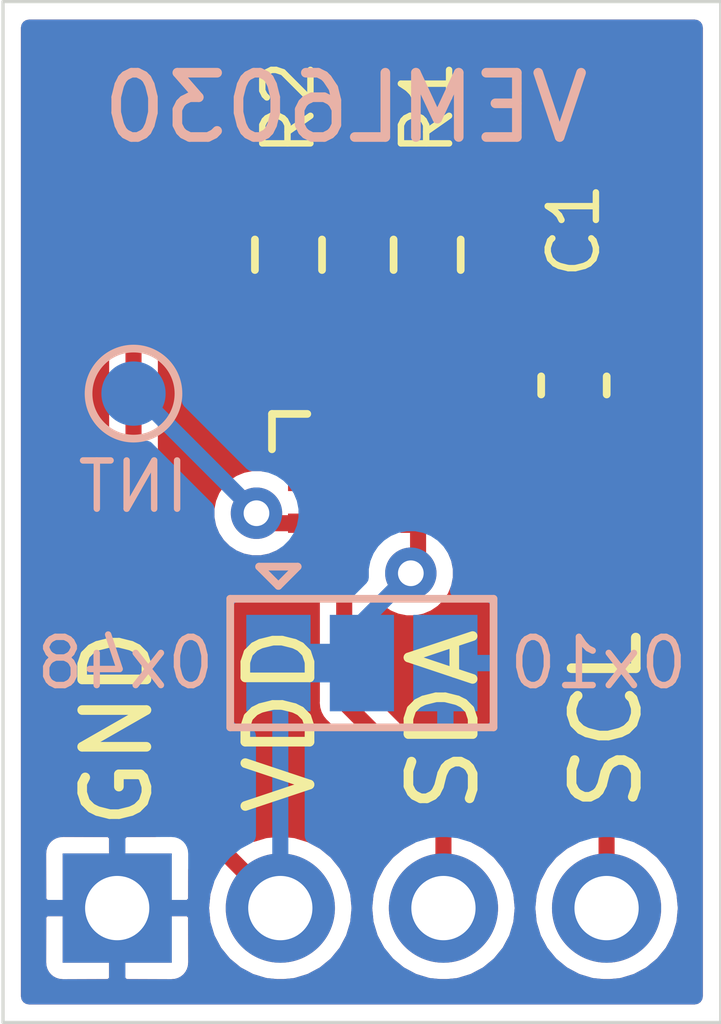
<source format=kicad_pcb>
(kicad_pcb (version 20171130) (host pcbnew "(5.1.2-1)-1")

  (general
    (thickness 1.6)
    (drawings 11)
    (tracks 42)
    (zones 0)
    (modules 7)
    (nets 7)
  )

  (page A4)
  (layers
    (0 F.Cu signal)
    (31 B.Cu signal)
    (32 B.Adhes user)
    (33 F.Adhes user)
    (34 B.Paste user)
    (35 F.Paste user)
    (36 B.SilkS user)
    (37 F.SilkS user)
    (38 B.Mask user)
    (39 F.Mask user)
    (40 Dwgs.User user hide)
    (41 Cmts.User user)
    (42 Eco1.User user)
    (43 Eco2.User user)
    (44 Edge.Cuts user)
    (45 Margin user)
    (46 B.CrtYd user)
    (47 F.CrtYd user)
    (48 B.Fab user hide)
    (49 F.Fab user hide)
  )

  (setup
    (last_trace_width 0.25)
    (trace_clearance 0.2)
    (zone_clearance 0.508)
    (zone_45_only no)
    (trace_min 0.2)
    (via_size 0.8)
    (via_drill 0.4)
    (via_min_size 0.4)
    (via_min_drill 0.3)
    (uvia_size 0.3)
    (uvia_drill 0.1)
    (uvias_allowed no)
    (uvia_min_size 0.2)
    (uvia_min_drill 0.1)
    (edge_width 0.05)
    (segment_width 0.2)
    (pcb_text_width 0.3)
    (pcb_text_size 1.5 1.5)
    (mod_edge_width 0.12)
    (mod_text_size 1 1)
    (mod_text_width 0.15)
    (pad_size 1.524 1.524)
    (pad_drill 0.762)
    (pad_to_mask_clearance 0.051)
    (solder_mask_min_width 0.25)
    (aux_axis_origin 0 0)
    (visible_elements FFFFFF7F)
    (pcbplotparams
      (layerselection 0x010fc_ffffffff)
      (usegerberextensions false)
      (usegerberattributes false)
      (usegerberadvancedattributes false)
      (creategerberjobfile false)
      (excludeedgelayer true)
      (linewidth 0.100000)
      (plotframeref false)
      (viasonmask false)
      (mode 1)
      (useauxorigin false)
      (hpglpennumber 1)
      (hpglpenspeed 20)
      (hpglpendiameter 15.000000)
      (psnegative false)
      (psa4output false)
      (plotreference true)
      (plotvalue true)
      (plotinvisibletext false)
      (padsonsilk false)
      (subtractmaskfromsilk false)
      (outputformat 1)
      (mirror false)
      (drillshape 1)
      (scaleselection 1)
      (outputdirectory ""))
  )

  (net 0 "")
  (net 1 SDA)
  (net 2 SCL)
  (net 3 VDD)
  (net 4 GND)
  (net 5 "Net-(JP1-Pad2)")
  (net 6 "Net-(TP1-Pad1)")

  (net_class Default "This is the default net class."
    (clearance 0.2)
    (trace_width 0.25)
    (via_dia 0.8)
    (via_drill 0.4)
    (uvia_dia 0.3)
    (uvia_drill 0.1)
    (add_net GND)
    (add_net "Net-(JP1-Pad2)")
    (add_net "Net-(TP1-Pad1)")
    (add_net SCL)
    (add_net SDA)
    (add_net VDD)
  )

  (module Connector_PinHeader_2.54mm:PinHeader_1x04_P2.54mm_Vertical (layer F.Cu) (tedit 5FE8CD1D) (tstamp 5FE91D79)
    (at 126.365 69.215 90)
    (descr "Through hole straight pin header, 1x04, 2.54mm pitch, single row")
    (tags "Through hole pin header THT 1x04 2.54mm single row")
    (path /5FE8EBCB)
    (fp_text reference J1 (at 0 -2.33 90) (layer F.SilkS) hide
      (effects (font (size 1 1) (thickness 0.15)))
    )
    (fp_text value "Pin Header" (at 0 9.95 90) (layer F.Fab)
      (effects (font (size 1 1) (thickness 0.15)))
    )
    (fp_text user %R (at 0 3.81 180) (layer F.Fab)
      (effects (font (size 1 1) (thickness 0.15)))
    )
    (fp_line (start 1.8 -1.8) (end -1.8 -1.8) (layer F.CrtYd) (width 0.05))
    (fp_line (start 1.8 9.4) (end 1.8 -1.8) (layer F.CrtYd) (width 0.05))
    (fp_line (start -1.8 9.4) (end 1.8 9.4) (layer F.CrtYd) (width 0.05))
    (fp_line (start -1.8 -1.8) (end -1.8 9.4) (layer F.CrtYd) (width 0.05))
    (fp_line (start -1.27 -0.635) (end -0.635 -1.27) (layer F.Fab) (width 0.1))
    (fp_line (start -1.27 8.89) (end -1.27 -0.635) (layer F.Fab) (width 0.1))
    (fp_line (start 1.27 8.89) (end -1.27 8.89) (layer F.Fab) (width 0.1))
    (fp_line (start -0.635 -1.27) (end 1.27 -1.27) (layer F.Fab) (width 0.1))
    (pad 4 thru_hole oval (at 0 7.62 90) (size 1.7 1.7) (drill 1) (layers *.Cu *.Mask)
      (net 2 SCL))
    (pad 3 thru_hole oval (at 0 5.08 90) (size 1.7 1.7) (drill 1) (layers *.Cu *.Mask)
      (net 1 SDA))
    (pad 2 thru_hole oval (at 0 2.54 90) (size 1.7 1.7) (drill 1) (layers *.Cu *.Mask)
      (net 3 VDD))
    (pad 1 thru_hole rect (at 0 0 90) (size 1.7 1.7) (drill 1) (layers *.Cu *.Mask)
      (net 4 GND))
    (model ${KISYS3DMOD}/Connector_PinHeader_2.54mm.3dshapes/PinHeader_1x04_P2.54mm_Vertical.wrl
      (at (xyz 0 0 0))
      (scale (xyz 1 1 1))
      (rotate (xyz 0 0 0))
    )
  )

  (module TestPoint:TestPoint_Pad_D1.0mm (layer B.Cu) (tedit 5A0F774F) (tstamp 5FE92CC4)
    (at 126.619 61.214)
    (descr "SMD pad as test Point, diameter 1.0mm")
    (tags "test point SMD pad")
    (path /5FEA493F)
    (attr virtual)
    (fp_text reference INT (at 0 1.448) (layer B.SilkS)
      (effects (font (size 0.75 0.75) (thickness 0.1)) (justify mirror))
    )
    (fp_text value INT (at 0 -1.55) (layer B.Fab)
      (effects (font (size 1 1) (thickness 0.15)) (justify mirror))
    )
    (fp_circle (center 0 0) (end 0 -0.7) (layer B.SilkS) (width 0.12))
    (fp_circle (center 0 0) (end 1 0) (layer B.CrtYd) (width 0.05))
    (fp_text user %R (at 0 1.45) (layer B.Fab)
      (effects (font (size 1 1) (thickness 0.15)) (justify mirror))
    )
    (pad 1 smd circle (at 0 0) (size 1 1) (layers B.Cu B.Mask)
      (net 6 "Net-(TP1-Pad1)"))
  )

  (module Resistor_SMD:R_0603_1608Metric (layer F.Cu) (tedit 5F68FEEE) (tstamp 5FE91DAE)
    (at 129.032 59.055 90)
    (descr "Resistor SMD 0603 (1608 Metric), square (rectangular) end terminal, IPC_7351 nominal, (Body size source: IPC-SM-782 page 72, https://www.pcb-3d.com/wordpress/wp-content/uploads/ipc-sm-782a_amendment_1_and_2.pdf), generated with kicad-footprint-generator")
    (tags resistor)
    (path /5FE9DF3E)
    (attr smd)
    (fp_text reference R2 (at 2.286 0 270) (layer F.SilkS)
      (effects (font (size 0.75 0.75) (thickness 0.1)))
    )
    (fp_text value SDA_PU (at 0 1.43 90) (layer F.Fab)
      (effects (font (size 1 1) (thickness 0.15)))
    )
    (fp_text user %R (at 0 0 90) (layer F.Fab)
      (effects (font (size 0.4 0.4) (thickness 0.06)))
    )
    (fp_line (start 1.48 0.73) (end -1.48 0.73) (layer F.CrtYd) (width 0.05))
    (fp_line (start 1.48 -0.73) (end 1.48 0.73) (layer F.CrtYd) (width 0.05))
    (fp_line (start -1.48 -0.73) (end 1.48 -0.73) (layer F.CrtYd) (width 0.05))
    (fp_line (start -1.48 0.73) (end -1.48 -0.73) (layer F.CrtYd) (width 0.05))
    (fp_line (start -0.237258 0.5225) (end 0.237258 0.5225) (layer F.SilkS) (width 0.12))
    (fp_line (start -0.237258 -0.5225) (end 0.237258 -0.5225) (layer F.SilkS) (width 0.12))
    (fp_line (start 0.8 0.4125) (end -0.8 0.4125) (layer F.Fab) (width 0.1))
    (fp_line (start 0.8 -0.4125) (end 0.8 0.4125) (layer F.Fab) (width 0.1))
    (fp_line (start -0.8 -0.4125) (end 0.8 -0.4125) (layer F.Fab) (width 0.1))
    (fp_line (start -0.8 0.4125) (end -0.8 -0.4125) (layer F.Fab) (width 0.1))
    (pad 2 smd roundrect (at 0.825 0 90) (size 0.8 0.95) (layers F.Cu F.Paste F.Mask) (roundrect_rratio 0.25)
      (net 3 VDD))
    (pad 1 smd roundrect (at -0.825 0 90) (size 0.8 0.95) (layers F.Cu F.Paste F.Mask) (roundrect_rratio 0.25)
      (net 1 SDA))
    (model ${KISYS3DMOD}/Resistor_SMD.3dshapes/R_0603_1608Metric.wrl
      (at (xyz 0 0 0))
      (scale (xyz 1 1 1))
      (rotate (xyz 0 0 0))
    )
  )

  (module Resistor_SMD:R_0603_1608Metric (layer F.Cu) (tedit 5F68FEEE) (tstamp 5FE9213C)
    (at 131.191 59.055 90)
    (descr "Resistor SMD 0603 (1608 Metric), square (rectangular) end terminal, IPC_7351 nominal, (Body size source: IPC-SM-782 page 72, https://www.pcb-3d.com/wordpress/wp-content/uploads/ipc-sm-782a_amendment_1_and_2.pdf), generated with kicad-footprint-generator")
    (tags resistor)
    (path /5FE9A081)
    (attr smd)
    (fp_text reference R1 (at 2.286 0 270) (layer F.SilkS)
      (effects (font (size 0.75 0.75) (thickness 0.1)))
    )
    (fp_text value SCL_PU (at 0 1.43 90) (layer F.Fab)
      (effects (font (size 1 1) (thickness 0.15)))
    )
    (fp_text user %R (at 0 0 90) (layer F.Fab)
      (effects (font (size 0.4 0.4) (thickness 0.06)))
    )
    (fp_line (start 1.48 0.73) (end -1.48 0.73) (layer F.CrtYd) (width 0.05))
    (fp_line (start 1.48 -0.73) (end 1.48 0.73) (layer F.CrtYd) (width 0.05))
    (fp_line (start -1.48 -0.73) (end 1.48 -0.73) (layer F.CrtYd) (width 0.05))
    (fp_line (start -1.48 0.73) (end -1.48 -0.73) (layer F.CrtYd) (width 0.05))
    (fp_line (start -0.237258 0.5225) (end 0.237258 0.5225) (layer F.SilkS) (width 0.12))
    (fp_line (start -0.237258 -0.5225) (end 0.237258 -0.5225) (layer F.SilkS) (width 0.12))
    (fp_line (start 0.8 0.4125) (end -0.8 0.4125) (layer F.Fab) (width 0.1))
    (fp_line (start 0.8 -0.4125) (end 0.8 0.4125) (layer F.Fab) (width 0.1))
    (fp_line (start -0.8 -0.4125) (end 0.8 -0.4125) (layer F.Fab) (width 0.1))
    (fp_line (start -0.8 0.4125) (end -0.8 -0.4125) (layer F.Fab) (width 0.1))
    (pad 2 smd roundrect (at 0.825 0 90) (size 0.8 0.95) (layers F.Cu F.Paste F.Mask) (roundrect_rratio 0.25)
      (net 3 VDD))
    (pad 1 smd roundrect (at -0.825 0 90) (size 0.8 0.95) (layers F.Cu F.Paste F.Mask) (roundrect_rratio 0.25)
      (net 2 SCL))
    (model ${KISYS3DMOD}/Resistor_SMD.3dshapes/R_0603_1608Metric.wrl
      (at (xyz 0 0 0))
      (scale (xyz 1 1 1))
      (rotate (xyz 0 0 0))
    )
  )

  (module Capacitor_SMD:C_0603_1608Metric (layer F.Cu) (tedit 5F68FEEE) (tstamp 5FE92451)
    (at 133.477 61.087 270)
    (descr "Capacitor SMD 0603 (1608 Metric), square (rectangular) end terminal, IPC_7351 nominal, (Body size source: IPC-SM-782 page 76, https://www.pcb-3d.com/wordpress/wp-content/uploads/ipc-sm-782a_amendment_1_and_2.pdf), generated with kicad-footprint-generator")
    (tags capacitor)
    (path /5FEA0A5E)
    (attr smd)
    (fp_text reference C1 (at -2.413 0 90) (layer F.SilkS)
      (effects (font (size 0.75 0.75) (thickness 0.1)))
    )
    (fp_text value 100nF (at 0 1.43 90) (layer F.Fab)
      (effects (font (size 1 1) (thickness 0.15)))
    )
    (fp_text user %R (at 0 0 90) (layer F.Fab)
      (effects (font (size 0.4 0.4) (thickness 0.06)))
    )
    (fp_line (start 1.48 0.73) (end -1.48 0.73) (layer F.CrtYd) (width 0.05))
    (fp_line (start 1.48 -0.73) (end 1.48 0.73) (layer F.CrtYd) (width 0.05))
    (fp_line (start -1.48 -0.73) (end 1.48 -0.73) (layer F.CrtYd) (width 0.05))
    (fp_line (start -1.48 0.73) (end -1.48 -0.73) (layer F.CrtYd) (width 0.05))
    (fp_line (start -0.14058 0.51) (end 0.14058 0.51) (layer F.SilkS) (width 0.12))
    (fp_line (start -0.14058 -0.51) (end 0.14058 -0.51) (layer F.SilkS) (width 0.12))
    (fp_line (start 0.8 0.4) (end -0.8 0.4) (layer F.Fab) (width 0.1))
    (fp_line (start 0.8 -0.4) (end 0.8 0.4) (layer F.Fab) (width 0.1))
    (fp_line (start -0.8 -0.4) (end 0.8 -0.4) (layer F.Fab) (width 0.1))
    (fp_line (start -0.8 0.4) (end -0.8 -0.4) (layer F.Fab) (width 0.1))
    (pad 2 smd roundrect (at 0.775 0 270) (size 0.9 0.95) (layers F.Cu F.Paste F.Mask) (roundrect_rratio 0.25)
      (net 3 VDD))
    (pad 1 smd roundrect (at -0.775 0 270) (size 0.9 0.95) (layers F.Cu F.Paste F.Mask) (roundrect_rratio 0.25)
      (net 4 GND))
    (model ${KISYS3DMOD}/Capacitor_SMD.3dshapes/C_0603_1608Metric.wrl
      (at (xyz 0 0 0))
      (scale (xyz 1 1 1))
      (rotate (xyz 0 0 0))
    )
  )

  (module siege:veml6030 (layer F.Cu) (tedit 5FE8C1F5) (tstamp 5FE9205B)
    (at 130.175 62.58)
    (path /5FE8C7F8)
    (fp_text reference U1 (at 0 2.825) (layer F.SilkS) hide
      (effects (font (size 1 1) (thickness 0.15)))
    )
    (fp_text value VEML6030 (at 0 -2) (layer F.Fab)
      (effects (font (size 1 1) (thickness 0.15)))
    )
    (fp_line (start -1.4 -1.05) (end -0.85 -1.05) (layer F.SilkS) (width 0.12))
    (fp_line (start -1.4 -0.5) (end -1.4 -1.05) (layer F.SilkS) (width 0.12))
    (pad 6 smd rect (at 0.85 -0.65) (size 0.55 0.3) (layers F.Cu F.Paste F.Mask)
      (net 3 VDD))
    (pad 5 smd rect (at 0.85 0) (size 0.55 0.3) (layers F.Cu F.Paste F.Mask)
      (net 2 SCL))
    (pad 4 smd rect (at 0.875 0.65) (size 0.55 0.3) (layers F.Cu F.Paste F.Mask)
      (net 5 "Net-(JP1-Pad2)"))
    (pad 3 smd rect (at -0.875 0.65) (size 0.55 0.3) (layers F.Cu F.Paste F.Mask)
      (net 6 "Net-(TP1-Pad1)"))
    (pad 2 smd rect (at -0.875 0) (size 0.55 0.3) (layers F.Cu F.Paste F.Mask)
      (net 1 SDA))
    (pad 1 smd rect (at -0.875 -0.65) (size 0.55 0.3) (layers F.Cu F.Paste F.Mask)
      (net 4 GND))
  )

  (module Jumper:SolderJumper-3_P1.3mm_Bridged12_Pad1.0x1.5mm (layer B.Cu) (tedit 5C756B4C) (tstamp 5FE91D8C)
    (at 130.175 65.405)
    (descr "SMD Solder 3-pad Jumper, 1x1.5mm Pads, 0.3mm gap, pads 1-2 bridged with 1 copper strip")
    (tags "solder jumper open")
    (path /5FE95D17)
    (attr virtual)
    (fp_text reference JP1 (at 0 1.8) (layer B.SilkS) hide
      (effects (font (size 1 1) (thickness 0.15)) (justify mirror))
    )
    (fp_text value ADDR_SET (at 0 -2 45) (layer B.Fab) hide
      (effects (font (size 1 1) (thickness 0.15)) (justify mirror))
    )
    (fp_poly (pts (xy -0.9 0.3) (xy -0.4 0.3) (xy -0.4 -0.3) (xy -0.9 -0.3)) (layer B.Cu) (width 0))
    (fp_line (start 2.3 -1.25) (end -2.3 -1.25) (layer B.CrtYd) (width 0.05))
    (fp_line (start 2.3 -1.25) (end 2.3 1.25) (layer B.CrtYd) (width 0.05))
    (fp_line (start -2.3 1.25) (end -2.3 -1.25) (layer B.CrtYd) (width 0.05))
    (fp_line (start -2.3 1.25) (end 2.3 1.25) (layer B.CrtYd) (width 0.05))
    (fp_line (start -2.05 1) (end 2.05 1) (layer B.SilkS) (width 0.12))
    (fp_line (start 2.05 1) (end 2.05 -1) (layer B.SilkS) (width 0.12))
    (fp_line (start 2.05 -1) (end -2.05 -1) (layer B.SilkS) (width 0.12))
    (fp_line (start -2.05 -1) (end -2.05 1) (layer B.SilkS) (width 0.12))
    (fp_line (start -1.3 -1.2) (end -1.6 -1.5) (layer B.SilkS) (width 0.12))
    (fp_line (start -1.6 -1.5) (end -1 -1.5) (layer B.SilkS) (width 0.12))
    (fp_line (start -1.3 -1.2) (end -1 -1.5) (layer B.SilkS) (width 0.12))
    (pad 2 smd rect (at 0 0) (size 1 1.5) (layers B.Cu B.Mask)
      (net 5 "Net-(JP1-Pad2)"))
    (pad 3 smd rect (at 1.3 0) (size 1 1.5) (layers B.Cu B.Mask)
      (net 4 GND))
    (pad 1 smd rect (at -1.3 0) (size 1 1.5) (layers B.Cu B.Mask)
      (net 3 VDD))
  )

  (gr_text SCL (at 133.985 66.294 90) (layer F.SilkS)
    (effects (font (size 1 1) (thickness 0.15)))
  )
  (gr_text SDA (at 131.445 66.294 90) (layer F.SilkS)
    (effects (font (size 1 1) (thickness 0.15)))
  )
  (gr_text VDD (at 128.905 66.294 90) (layer F.SilkS)
    (effects (font (size 1 1) (thickness 0.15)))
  )
  (gr_text GND (at 126.365 66.421 90) (layer F.SilkS)
    (effects (font (size 1 1) (thickness 0.15)))
  )
  (gr_text VEML6030 (at 129.921 56.769) (layer B.SilkS)
    (effects (font (size 1 1) (thickness 0.15)) (justify mirror))
  )
  (gr_text 0x10 (at 133.858 65.405) (layer B.SilkS) (tstamp 5FE92ABC)
    (effects (font (size 0.75 0.75) (thickness 0.1)) (justify mirror))
  )
  (gr_text 0x48 (at 126.492 65.405) (layer B.SilkS)
    (effects (font (size 0.75 0.75) (thickness 0.1)) (justify mirror))
  )
  (gr_line (start 135.763 55.118) (end 124.587 55.118) (layer Edge.Cuts) (width 0.05) (tstamp 5FE92A8F))
  (gr_line (start 135.763 70.993) (end 135.763 55.118) (layer Edge.Cuts) (width 0.05))
  (gr_line (start 124.587 70.993) (end 135.763 70.993) (layer Edge.Cuts) (width 0.05))
  (gr_line (start 124.587 70.993) (end 124.587 55.118) (layer Edge.Cuts) (width 0.05))

  (segment (start 129.900001 60.748001) (end 129.476431 60.324431) (width 0.25) (layer F.Cu) (net 1))
  (segment (start 129.900001 62.504999) (end 129.900001 60.748001) (width 0.25) (layer F.Cu) (net 1))
  (segment (start 129.825 62.58) (end 129.900001 62.504999) (width 0.25) (layer F.Cu) (net 1))
  (segment (start 129.476431 60.324431) (end 129.032 59.88) (width 0.25) (layer F.Cu) (net 1))
  (segment (start 129.3 62.58) (end 129.825 62.58) (width 0.25) (layer F.Cu) (net 1))
  (segment (start 129.900001 62.616411) (end 129.900001 66.019001) (width 0.25) (layer F.Cu) (net 1))
  (segment (start 131.445 67.564) (end 131.445 69.215) (width 0.25) (layer F.Cu) (net 1))
  (segment (start 129.900001 66.019001) (end 131.445 67.564) (width 0.25) (layer F.Cu) (net 1))
  (segment (start 129.86359 62.58) (end 129.900001 62.616411) (width 0.25) (layer F.Cu) (net 1))
  (segment (start 129.3 62.58) (end 129.86359 62.58) (width 0.25) (layer F.Cu) (net 1))
  (segment (start 130.424999 60.646001) (end 130.746569 60.324431) (width 0.25) (layer F.Cu) (net 2))
  (segment (start 130.424999 62.504999) (end 130.424999 60.646001) (width 0.25) (layer F.Cu) (net 2))
  (segment (start 130.5 62.58) (end 130.424999 62.504999) (width 0.25) (layer F.Cu) (net 2))
  (segment (start 130.746569 60.324431) (end 131.191 59.88) (width 0.25) (layer F.Cu) (net 2))
  (segment (start 131.025 62.58) (end 130.5 62.58) (width 0.25) (layer F.Cu) (net 2))
  (segment (start 133.985 65.015) (end 133.985 68.012919) (width 0.25) (layer F.Cu) (net 2))
  (segment (start 131.55 62.58) (end 133.985 65.015) (width 0.25) (layer F.Cu) (net 2))
  (segment (start 133.985 68.012919) (end 133.985 69.215) (width 0.25) (layer F.Cu) (net 2))
  (segment (start 131.025 62.58) (end 131.55 62.58) (width 0.25) (layer F.Cu) (net 2))
  (segment (start 133.409 61.93) (end 133.477 61.862) (width 0.25) (layer F.Cu) (net 3))
  (segment (start 131.025 61.93) (end 133.409 61.93) (width 0.25) (layer F.Cu) (net 3))
  (segment (start 131.191 58.23) (end 129.032 58.23) (width 0.25) (layer F.Cu) (net 3))
  (segment (start 131.15 61.93) (end 132.207 60.873) (width 0.25) (layer F.Cu) (net 3))
  (segment (start 131.025 61.93) (end 131.15 61.93) (width 0.25) (layer F.Cu) (net 3))
  (segment (start 132.207 59.246) (end 131.191 58.23) (width 0.25) (layer F.Cu) (net 3))
  (segment (start 132.207 60.873) (end 132.207 59.246) (width 0.25) (layer F.Cu) (net 3))
  (segment (start 128.905 65.435) (end 128.875 65.405) (width 0.25) (layer B.Cu) (net 3))
  (segment (start 128.905 69.215) (end 128.905 65.435) (width 0.25) (layer B.Cu) (net 3))
  (segment (start 129.032 58.23) (end 127.952 58.23) (width 0.25) (layer F.Cu) (net 3))
  (segment (start 127.952 58.23) (end 126.619 59.563) (width 0.25) (layer F.Cu) (net 3))
  (segment (start 126.619 59.563) (end 126.619 66.929) (width 0.25) (layer F.Cu) (net 3))
  (segment (start 126.619 66.929) (end 128.905 69.215) (width 0.25) (layer F.Cu) (net 3))
  (via (at 130.937 64.008) (size 0.8) (drill 0.4) (layers F.Cu B.Cu) (net 5))
  (segment (start 131.05 63.895) (end 130.937 64.008) (width 0.25) (layer F.Cu) (net 5))
  (segment (start 131.05 63.23) (end 131.05 63.895) (width 0.25) (layer F.Cu) (net 5))
  (segment (start 130.175 64.77) (end 130.175 65.405) (width 0.25) (layer B.Cu) (net 5))
  (segment (start 130.937 64.008) (end 130.175 64.77) (width 0.25) (layer B.Cu) (net 5))
  (via (at 128.533582 63.074255) (size 0.8) (drill 0.4) (layers F.Cu B.Cu) (net 6))
  (segment (start 128.689327 63.23) (end 128.533582 63.074255) (width 0.25) (layer F.Cu) (net 6))
  (segment (start 129.3 63.23) (end 128.689327 63.23) (width 0.25) (layer F.Cu) (net 6))
  (segment (start 126.673327 61.214) (end 126.619 61.214) (width 0.25) (layer B.Cu) (net 6))
  (segment (start 128.533582 63.074255) (end 126.673327 61.214) (width 0.25) (layer B.Cu) (net 6))

  (zone (net 4) (net_name GND) (layer B.Cu) (tstamp 0) (hatch edge 0.508)
    (connect_pads (clearance 0.254))
    (min_thickness 0.25)
    (fill yes (arc_segments 32) (thermal_gap 0.254) (thermal_bridge_width 0.254))
    (polygon
      (pts
        (xy 124.587 55.118) (xy 135.763 55.118) (xy 135.763 70.993) (xy 124.587 70.993)
      )
    )
    (filled_polygon
      (pts
        (xy 135.359 70.589) (xy 124.991 70.589) (xy 124.991 70.065) (xy 125.134166 70.065) (xy 125.141484 70.139297)
        (xy 125.163155 70.210739) (xy 125.198348 70.27658) (xy 125.24571 70.33429) (xy 125.30342 70.381652) (xy 125.369261 70.416845)
        (xy 125.440703 70.438516) (xy 125.515 70.445834) (xy 126.26825 70.444) (xy 126.363 70.34925) (xy 126.363 69.217)
        (xy 126.367 69.217) (xy 126.367 70.34925) (xy 126.46175 70.444) (xy 127.215 70.445834) (xy 127.289297 70.438516)
        (xy 127.360739 70.416845) (xy 127.42658 70.381652) (xy 127.48429 70.33429) (xy 127.531652 70.27658) (xy 127.566845 70.210739)
        (xy 127.588516 70.139297) (xy 127.595834 70.065) (xy 127.594 69.31175) (xy 127.49925 69.217) (xy 126.367 69.217)
        (xy 126.363 69.217) (xy 125.23075 69.217) (xy 125.136 69.31175) (xy 125.134166 70.065) (xy 124.991 70.065)
        (xy 124.991 69.215) (xy 127.670054 69.215) (xy 127.693783 69.455926) (xy 127.764059 69.687593) (xy 127.87818 69.901099)
        (xy 128.031761 70.088239) (xy 128.218901 70.24182) (xy 128.432407 70.355941) (xy 128.664074 70.426217) (xy 128.844629 70.444)
        (xy 128.965371 70.444) (xy 129.145926 70.426217) (xy 129.377593 70.355941) (xy 129.591099 70.24182) (xy 129.778239 70.088239)
        (xy 129.93182 69.901099) (xy 130.045941 69.687593) (xy 130.116217 69.455926) (xy 130.139946 69.215) (xy 130.210054 69.215)
        (xy 130.233783 69.455926) (xy 130.304059 69.687593) (xy 130.41818 69.901099) (xy 130.571761 70.088239) (xy 130.758901 70.24182)
        (xy 130.972407 70.355941) (xy 131.204074 70.426217) (xy 131.384629 70.444) (xy 131.505371 70.444) (xy 131.685926 70.426217)
        (xy 131.917593 70.355941) (xy 132.131099 70.24182) (xy 132.318239 70.088239) (xy 132.47182 69.901099) (xy 132.585941 69.687593)
        (xy 132.656217 69.455926) (xy 132.679946 69.215) (xy 132.750054 69.215) (xy 132.773783 69.455926) (xy 132.844059 69.687593)
        (xy 132.95818 69.901099) (xy 133.111761 70.088239) (xy 133.298901 70.24182) (xy 133.512407 70.355941) (xy 133.744074 70.426217)
        (xy 133.924629 70.444) (xy 134.045371 70.444) (xy 134.225926 70.426217) (xy 134.457593 70.355941) (xy 134.671099 70.24182)
        (xy 134.858239 70.088239) (xy 135.01182 69.901099) (xy 135.125941 69.687593) (xy 135.196217 69.455926) (xy 135.219946 69.215)
        (xy 135.196217 68.974074) (xy 135.125941 68.742407) (xy 135.01182 68.528901) (xy 134.858239 68.341761) (xy 134.671099 68.18818)
        (xy 134.457593 68.074059) (xy 134.225926 68.003783) (xy 134.045371 67.986) (xy 133.924629 67.986) (xy 133.744074 68.003783)
        (xy 133.512407 68.074059) (xy 133.298901 68.18818) (xy 133.111761 68.341761) (xy 132.95818 68.528901) (xy 132.844059 68.742407)
        (xy 132.773783 68.974074) (xy 132.750054 69.215) (xy 132.679946 69.215) (xy 132.656217 68.974074) (xy 132.585941 68.742407)
        (xy 132.47182 68.528901) (xy 132.318239 68.341761) (xy 132.131099 68.18818) (xy 131.917593 68.074059) (xy 131.685926 68.003783)
        (xy 131.505371 67.986) (xy 131.384629 67.986) (xy 131.204074 68.003783) (xy 130.972407 68.074059) (xy 130.758901 68.18818)
        (xy 130.571761 68.341761) (xy 130.41818 68.528901) (xy 130.304059 68.742407) (xy 130.233783 68.974074) (xy 130.210054 69.215)
        (xy 130.139946 69.215) (xy 130.116217 68.974074) (xy 130.045941 68.742407) (xy 129.93182 68.528901) (xy 129.778239 68.341761)
        (xy 129.591099 68.18818) (xy 129.409 68.090846) (xy 129.409 66.532484) (xy 129.449297 66.528515) (xy 129.520738 66.506844)
        (xy 129.525 66.504566) (xy 129.529262 66.506844) (xy 129.600703 66.528515) (xy 129.675 66.535833) (xy 130.675 66.535833)
        (xy 130.749297 66.528515) (xy 130.820738 66.506844) (xy 130.824999 66.504567) (xy 130.829261 66.506845) (xy 130.900703 66.528516)
        (xy 130.975 66.535834) (xy 131.37825 66.534) (xy 131.473 66.43925) (xy 131.473 65.407) (xy 131.477 65.407)
        (xy 131.477 66.43925) (xy 131.57175 66.534) (xy 131.975 66.535834) (xy 132.049297 66.528516) (xy 132.120739 66.506845)
        (xy 132.18658 66.471652) (xy 132.24429 66.42429) (xy 132.291652 66.36658) (xy 132.326845 66.300739) (xy 132.348516 66.229297)
        (xy 132.355834 66.155) (xy 132.354 65.50175) (xy 132.25925 65.407) (xy 131.477 65.407) (xy 131.473 65.407)
        (xy 131.453 65.407) (xy 131.453 65.403) (xy 131.473 65.403) (xy 131.473 65.383) (xy 131.477 65.383)
        (xy 131.477 65.403) (xy 132.25925 65.403) (xy 132.354 65.30825) (xy 132.355834 64.655) (xy 132.348516 64.580703)
        (xy 132.326845 64.509261) (xy 132.291652 64.44342) (xy 132.24429 64.38571) (xy 132.18658 64.338348) (xy 132.120739 64.303155)
        (xy 132.049297 64.281484) (xy 131.975 64.274166) (xy 131.669358 64.275556) (xy 131.686063 64.235226) (xy 131.716 64.084725)
        (xy 131.716 63.931275) (xy 131.686063 63.780774) (xy 131.627341 63.639005) (xy 131.542089 63.511417) (xy 131.433583 63.402911)
        (xy 131.305995 63.317659) (xy 131.164226 63.258937) (xy 131.013725 63.229) (xy 130.860275 63.229) (xy 130.709774 63.258937)
        (xy 130.568005 63.317659) (xy 130.440417 63.402911) (xy 130.331911 63.511417) (xy 130.246659 63.639005) (xy 130.187937 63.780774)
        (xy 130.158 63.931275) (xy 130.158 64.074237) (xy 129.95807 64.274167) (xy 129.675 64.274167) (xy 129.600703 64.281485)
        (xy 129.529262 64.303156) (xy 129.525 64.305434) (xy 129.520738 64.303156) (xy 129.449297 64.281485) (xy 129.375 64.274167)
        (xy 128.375 64.274167) (xy 128.300703 64.281485) (xy 128.229262 64.303156) (xy 128.163421 64.338349) (xy 128.10571 64.38571)
        (xy 128.058349 64.443421) (xy 128.023156 64.509262) (xy 128.001485 64.580703) (xy 127.994167 64.655) (xy 127.994167 66.155)
        (xy 128.001485 66.229297) (xy 128.023156 66.300738) (xy 128.058349 66.366579) (xy 128.10571 66.42429) (xy 128.163421 66.471651)
        (xy 128.229262 66.506844) (xy 128.300703 66.528515) (xy 128.375 66.535833) (xy 128.401001 66.535833) (xy 128.401 68.090846)
        (xy 128.218901 68.18818) (xy 128.031761 68.341761) (xy 127.87818 68.528901) (xy 127.764059 68.742407) (xy 127.693783 68.974074)
        (xy 127.670054 69.215) (xy 124.991 69.215) (xy 124.991 68.365) (xy 125.134166 68.365) (xy 125.136 69.11825)
        (xy 125.23075 69.213) (xy 126.363 69.213) (xy 126.363 68.08075) (xy 126.367 68.08075) (xy 126.367 69.213)
        (xy 127.49925 69.213) (xy 127.594 69.11825) (xy 127.595834 68.365) (xy 127.588516 68.290703) (xy 127.566845 68.219261)
        (xy 127.531652 68.15342) (xy 127.48429 68.09571) (xy 127.42658 68.048348) (xy 127.360739 68.013155) (xy 127.289297 67.991484)
        (xy 127.215 67.984166) (xy 126.46175 67.986) (xy 126.367 68.08075) (xy 126.363 68.08075) (xy 126.26825 67.986)
        (xy 125.515 67.984166) (xy 125.440703 67.991484) (xy 125.369261 68.013155) (xy 125.30342 68.048348) (xy 125.24571 68.09571)
        (xy 125.198348 68.15342) (xy 125.163155 68.219261) (xy 125.141484 68.290703) (xy 125.134166 68.365) (xy 124.991 68.365)
        (xy 124.991 61.127426) (xy 125.74 61.127426) (xy 125.74 61.300574) (xy 125.77378 61.470395) (xy 125.84004 61.630363)
        (xy 125.936236 61.77433) (xy 126.05867 61.896764) (xy 126.202637 61.99296) (xy 126.362605 62.05922) (xy 126.532426 62.093)
        (xy 126.705574 62.093) (xy 126.817333 62.070769) (xy 127.754582 63.008018) (xy 127.754582 63.15098) (xy 127.784519 63.301481)
        (xy 127.843241 63.44325) (xy 127.928493 63.570838) (xy 128.036999 63.679344) (xy 128.164587 63.764596) (xy 128.306356 63.823318)
        (xy 128.456857 63.853255) (xy 128.610307 63.853255) (xy 128.760808 63.823318) (xy 128.902577 63.764596) (xy 129.030165 63.679344)
        (xy 129.138671 63.570838) (xy 129.223923 63.44325) (xy 129.282645 63.301481) (xy 129.312582 63.15098) (xy 129.312582 62.99753)
        (xy 129.282645 62.847029) (xy 129.223923 62.70526) (xy 129.138671 62.577672) (xy 129.030165 62.469166) (xy 128.902577 62.383914)
        (xy 128.760808 62.325192) (xy 128.610307 62.295255) (xy 128.467345 62.295255) (xy 127.493796 61.321706) (xy 127.498 61.300574)
        (xy 127.498 61.127426) (xy 127.46422 60.957605) (xy 127.39796 60.797637) (xy 127.301764 60.65367) (xy 127.17933 60.531236)
        (xy 127.035363 60.43504) (xy 126.875395 60.36878) (xy 126.705574 60.335) (xy 126.532426 60.335) (xy 126.362605 60.36878)
        (xy 126.202637 60.43504) (xy 126.05867 60.531236) (xy 125.936236 60.65367) (xy 125.84004 60.797637) (xy 125.77378 60.957605)
        (xy 125.74 61.127426) (xy 124.991 61.127426) (xy 124.991 55.522) (xy 135.359001 55.522)
      )
    )
  )
  (zone (net 4) (net_name GND) (layer F.Cu) (tstamp 0) (hatch edge 0.508)
    (connect_pads (clearance 0.254))
    (min_thickness 0.25)
    (fill yes (arc_segments 32) (thermal_gap 0.254) (thermal_bridge_width 0.254))
    (polygon
      (pts
        (xy 124.587 55.118) (xy 135.763 55.118) (xy 135.763 70.993) (xy 124.587 70.993)
      )
    )
    (filled_polygon
      (pts
        (xy 135.359 70.589) (xy 124.991 70.589) (xy 124.991 70.065) (xy 125.134166 70.065) (xy 125.141484 70.139297)
        (xy 125.163155 70.210739) (xy 125.198348 70.27658) (xy 125.24571 70.33429) (xy 125.30342 70.381652) (xy 125.369261 70.416845)
        (xy 125.440703 70.438516) (xy 125.515 70.445834) (xy 126.26825 70.444) (xy 126.363 70.34925) (xy 126.363 69.217)
        (xy 126.367 69.217) (xy 126.367 70.34925) (xy 126.46175 70.444) (xy 127.215 70.445834) (xy 127.289297 70.438516)
        (xy 127.360739 70.416845) (xy 127.42658 70.381652) (xy 127.48429 70.33429) (xy 127.531652 70.27658) (xy 127.566845 70.210739)
        (xy 127.588516 70.139297) (xy 127.595834 70.065) (xy 127.594 69.31175) (xy 127.49925 69.217) (xy 126.367 69.217)
        (xy 126.363 69.217) (xy 125.23075 69.217) (xy 125.136 69.31175) (xy 125.134166 70.065) (xy 124.991 70.065)
        (xy 124.991 68.365) (xy 125.134166 68.365) (xy 125.136 69.11825) (xy 125.23075 69.213) (xy 126.363 69.213)
        (xy 126.363 68.08075) (xy 126.26825 67.986) (xy 125.515 67.984166) (xy 125.440703 67.991484) (xy 125.369261 68.013155)
        (xy 125.30342 68.048348) (xy 125.24571 68.09571) (xy 125.198348 68.15342) (xy 125.163155 68.219261) (xy 125.141484 68.290703)
        (xy 125.134166 68.365) (xy 124.991 68.365) (xy 124.991 59.563) (xy 126.112562 59.563) (xy 126.115 59.587754)
        (xy 126.115001 66.904236) (xy 126.112562 66.929) (xy 126.122293 67.027801) (xy 126.143016 67.096112) (xy 126.151113 67.122805)
        (xy 126.197913 67.210362) (xy 126.260895 67.287106) (xy 126.280123 67.302886) (xy 126.962019 67.984782) (xy 126.46175 67.986)
        (xy 126.367 68.08075) (xy 126.367 69.213) (xy 127.49925 69.213) (xy 127.594 69.11825) (xy 127.595218 68.617982)
        (xy 127.753721 68.776485) (xy 127.693783 68.974074) (xy 127.670054 69.215) (xy 127.693783 69.455926) (xy 127.764059 69.687593)
        (xy 127.87818 69.901099) (xy 128.031761 70.088239) (xy 128.218901 70.24182) (xy 128.432407 70.355941) (xy 128.664074 70.426217)
        (xy 128.844629 70.444) (xy 128.965371 70.444) (xy 129.145926 70.426217) (xy 129.377593 70.355941) (xy 129.591099 70.24182)
        (xy 129.778239 70.088239) (xy 129.93182 69.901099) (xy 130.045941 69.687593) (xy 130.116217 69.455926) (xy 130.139946 69.215)
        (xy 130.116217 68.974074) (xy 130.045941 68.742407) (xy 129.93182 68.528901) (xy 129.778239 68.341761) (xy 129.591099 68.18818)
        (xy 129.377593 68.074059) (xy 129.145926 68.003783) (xy 128.965371 67.986) (xy 128.844629 67.986) (xy 128.664074 68.003783)
        (xy 128.466485 68.063721) (xy 127.123 66.720237) (xy 127.123 61.78) (xy 128.644166 61.78) (xy 128.646 61.83325)
        (xy 128.74075 61.928) (xy 129.298 61.928) (xy 129.298 61.49575) (xy 129.20325 61.401) (xy 129.025 61.399166)
        (xy 128.950703 61.406484) (xy 128.879261 61.428155) (xy 128.81342 61.463348) (xy 128.75571 61.51071) (xy 128.708348 61.56842)
        (xy 128.673155 61.634261) (xy 128.651484 61.705703) (xy 128.644166 61.78) (xy 127.123 61.78) (xy 127.123 59.771763)
        (xy 128.160763 58.734) (xy 128.264063 58.734) (xy 128.274055 58.752694) (xy 128.346289 58.840711) (xy 128.434306 58.912945)
        (xy 128.534725 58.96662) (xy 128.643685 58.999672) (xy 128.757 59.010833) (xy 129.307 59.010833) (xy 129.420315 58.999672)
        (xy 129.529275 58.96662) (xy 129.629694 58.912945) (xy 129.717711 58.840711) (xy 129.789945 58.752694) (xy 129.799937 58.734)
        (xy 130.423063 58.734) (xy 130.433055 58.752694) (xy 130.505289 58.840711) (xy 130.593306 58.912945) (xy 130.693725 58.96662)
        (xy 130.802685 58.999672) (xy 130.916 59.010833) (xy 131.25907 59.010833) (xy 131.347403 59.099167) (xy 130.916 59.099167)
        (xy 130.802685 59.110328) (xy 130.693725 59.14338) (xy 130.593306 59.197055) (xy 130.505289 59.269289) (xy 130.433055 59.357306)
        (xy 130.37938 59.457725) (xy 130.346328 59.566685) (xy 130.335167 59.68) (xy 130.335167 60.023071) (xy 130.1115 60.246737)
        (xy 129.887833 60.02307) (xy 129.887833 59.68) (xy 129.876672 59.566685) (xy 129.84362 59.457725) (xy 129.789945 59.357306)
        (xy 129.717711 59.269289) (xy 129.629694 59.197055) (xy 129.529275 59.14338) (xy 129.420315 59.110328) (xy 129.307 59.099167)
        (xy 128.757 59.099167) (xy 128.643685 59.110328) (xy 128.534725 59.14338) (xy 128.434306 59.197055) (xy 128.346289 59.269289)
        (xy 128.274055 59.357306) (xy 128.22038 59.457725) (xy 128.187328 59.566685) (xy 128.176167 59.68) (xy 128.176167 60.08)
        (xy 128.187328 60.193315) (xy 128.22038 60.302275) (xy 128.274055 60.402694) (xy 128.346289 60.490711) (xy 128.434306 60.562945)
        (xy 128.534725 60.61662) (xy 128.643685 60.649672) (xy 128.757 60.660833) (xy 129.100069 60.660833) (xy 129.137552 60.698316)
        (xy 129.137557 60.69832) (xy 129.396002 60.956766) (xy 129.396002 61.401748) (xy 129.302 61.49575) (xy 129.302 61.928)
        (xy 129.322 61.928) (xy 129.322 61.932) (xy 129.302 61.932) (xy 129.302 61.952) (xy 129.298 61.952)
        (xy 129.298 61.932) (xy 128.74075 61.932) (xy 128.646 62.02675) (xy 128.644166 62.08) (xy 128.651484 62.154297)
        (xy 128.673155 62.225739) (xy 128.688796 62.255001) (xy 128.673156 62.284262) (xy 128.666435 62.30642) (xy 128.610307 62.295255)
        (xy 128.456857 62.295255) (xy 128.306356 62.325192) (xy 128.164587 62.383914) (xy 128.036999 62.469166) (xy 127.928493 62.577672)
        (xy 127.843241 62.70526) (xy 127.784519 62.847029) (xy 127.754582 62.99753) (xy 127.754582 63.15098) (xy 127.784519 63.301481)
        (xy 127.843241 63.44325) (xy 127.928493 63.570838) (xy 128.036999 63.679344) (xy 128.164587 63.764596) (xy 128.306356 63.823318)
        (xy 128.456857 63.853255) (xy 128.610307 63.853255) (xy 128.760808 63.823318) (xy 128.902577 63.764596) (xy 128.929009 63.746934)
        (xy 128.950703 63.753515) (xy 129.025 63.760833) (xy 129.396001 63.760833) (xy 129.396002 65.994237) (xy 129.393563 66.019001)
        (xy 129.403294 66.117802) (xy 129.432114 66.212806) (xy 129.478914 66.300363) (xy 129.541896 66.377107) (xy 129.561124 66.392887)
        (xy 130.941 67.772763) (xy 130.941 68.090846) (xy 130.758901 68.18818) (xy 130.571761 68.341761) (xy 130.41818 68.528901)
        (xy 130.304059 68.742407) (xy 130.233783 68.974074) (xy 130.210054 69.215) (xy 130.233783 69.455926) (xy 130.304059 69.687593)
        (xy 130.41818 69.901099) (xy 130.571761 70.088239) (xy 130.758901 70.24182) (xy 130.972407 70.355941) (xy 131.204074 70.426217)
        (xy 131.384629 70.444) (xy 131.505371 70.444) (xy 131.685926 70.426217) (xy 131.917593 70.355941) (xy 132.131099 70.24182)
        (xy 132.318239 70.088239) (xy 132.47182 69.901099) (xy 132.585941 69.687593) (xy 132.656217 69.455926) (xy 132.679946 69.215)
        (xy 132.656217 68.974074) (xy 132.585941 68.742407) (xy 132.47182 68.528901) (xy 132.318239 68.341761) (xy 132.131099 68.18818)
        (xy 131.949 68.090846) (xy 131.949 67.588754) (xy 131.951438 67.564) (xy 131.941707 67.465199) (xy 131.912888 67.370196)
        (xy 131.912888 67.370195) (xy 131.866088 67.282638) (xy 131.803106 67.205894) (xy 131.783873 67.19011) (xy 130.404001 65.810238)
        (xy 130.404001 64.576673) (xy 130.440417 64.613089) (xy 130.568005 64.698341) (xy 130.709774 64.757063) (xy 130.860275 64.787)
        (xy 131.013725 64.787) (xy 131.164226 64.757063) (xy 131.305995 64.698341) (xy 131.433583 64.613089) (xy 131.542089 64.504583)
        (xy 131.627341 64.376995) (xy 131.686063 64.235226) (xy 131.716 64.084725) (xy 131.716 63.931275) (xy 131.686063 63.780774)
        (xy 131.627341 63.639005) (xy 131.616296 63.622475) (xy 131.641651 63.591579) (xy 131.676844 63.525738) (xy 131.698515 63.454297)
        (xy 131.699682 63.442446) (xy 133.481 65.223764) (xy 133.481001 67.988156) (xy 133.481 67.988166) (xy 133.481 68.090846)
        (xy 133.298901 68.18818) (xy 133.111761 68.341761) (xy 132.95818 68.528901) (xy 132.844059 68.742407) (xy 132.773783 68.974074)
        (xy 132.750054 69.215) (xy 132.773783 69.455926) (xy 132.844059 69.687593) (xy 132.95818 69.901099) (xy 133.111761 70.088239)
        (xy 133.298901 70.24182) (xy 133.512407 70.355941) (xy 133.744074 70.426217) (xy 133.924629 70.444) (xy 134.045371 70.444)
        (xy 134.225926 70.426217) (xy 134.457593 70.355941) (xy 134.671099 70.24182) (xy 134.858239 70.088239) (xy 135.01182 69.901099)
        (xy 135.125941 69.687593) (xy 135.196217 69.455926) (xy 135.219946 69.215) (xy 135.196217 68.974074) (xy 135.125941 68.742407)
        (xy 135.01182 68.528901) (xy 134.858239 68.341761) (xy 134.671099 68.18818) (xy 134.489 68.090846) (xy 134.489 65.039753)
        (xy 134.491438 65.014999) (xy 134.481707 64.916198) (xy 134.452888 64.821196) (xy 134.452888 64.821195) (xy 134.406088 64.733638)
        (xy 134.343106 64.656894) (xy 134.323878 64.641114) (xy 132.116763 62.434) (xy 132.731817 62.434) (xy 132.798611 62.515389)
        (xy 132.890417 62.590732) (xy 132.995158 62.646717) (xy 133.108808 62.681192) (xy 133.227 62.692833) (xy 133.727 62.692833)
        (xy 133.845192 62.681192) (xy 133.958842 62.646717) (xy 134.063583 62.590732) (xy 134.155389 62.515389) (xy 134.230732 62.423583)
        (xy 134.286717 62.318842) (xy 134.321192 62.205192) (xy 134.332833 62.087) (xy 134.332833 61.637) (xy 134.321192 61.518808)
        (xy 134.286717 61.405158) (xy 134.230732 61.300417) (xy 134.155389 61.208611) (xy 134.063583 61.133268) (xy 134.052767 61.127487)
        (xy 134.097739 61.113845) (xy 134.16358 61.078652) (xy 134.22129 61.03129) (xy 134.268652 60.97358) (xy 134.303845 60.907739)
        (xy 134.325516 60.836297) (xy 134.332834 60.762) (xy 134.331 60.40875) (xy 134.23625 60.314) (xy 133.479 60.314)
        (xy 133.479 60.334) (xy 133.475 60.334) (xy 133.475 60.314) (xy 133.455 60.314) (xy 133.455 60.31)
        (xy 133.475 60.31) (xy 133.475 59.57775) (xy 133.479 59.57775) (xy 133.479 60.31) (xy 134.23625 60.31)
        (xy 134.331 60.21525) (xy 134.332834 59.862) (xy 134.325516 59.787703) (xy 134.303845 59.716261) (xy 134.268652 59.65042)
        (xy 134.22129 59.59271) (xy 134.16358 59.545348) (xy 134.097739 59.510155) (xy 134.026297 59.488484) (xy 133.952 59.481166)
        (xy 133.57375 59.483) (xy 133.479 59.57775) (xy 133.475 59.57775) (xy 133.38025 59.483) (xy 133.002 59.481166)
        (xy 132.927703 59.488484) (xy 132.856261 59.510155) (xy 132.79042 59.545348) (xy 132.73271 59.59271) (xy 132.711 59.619163)
        (xy 132.711 59.270754) (xy 132.713438 59.246) (xy 132.703707 59.147198) (xy 132.689137 59.099167) (xy 132.674888 59.052195)
        (xy 132.628088 58.964638) (xy 132.565106 58.887894) (xy 132.545878 58.872114) (xy 132.046833 58.37307) (xy 132.046833 58.03)
        (xy 132.035672 57.916685) (xy 132.00262 57.807725) (xy 131.948945 57.707306) (xy 131.876711 57.619289) (xy 131.788694 57.547055)
        (xy 131.688275 57.49338) (xy 131.579315 57.460328) (xy 131.466 57.449167) (xy 130.916 57.449167) (xy 130.802685 57.460328)
        (xy 130.693725 57.49338) (xy 130.593306 57.547055) (xy 130.505289 57.619289) (xy 130.433055 57.707306) (xy 130.423063 57.726)
        (xy 129.799937 57.726) (xy 129.789945 57.707306) (xy 129.717711 57.619289) (xy 129.629694 57.547055) (xy 129.529275 57.49338)
        (xy 129.420315 57.460328) (xy 129.307 57.449167) (xy 128.757 57.449167) (xy 128.643685 57.460328) (xy 128.534725 57.49338)
        (xy 128.434306 57.547055) (xy 128.346289 57.619289) (xy 128.274055 57.707306) (xy 128.264063 57.726) (xy 127.976754 57.726)
        (xy 127.952 57.723562) (xy 127.927246 57.726) (xy 127.853199 57.733293) (xy 127.758195 57.762112) (xy 127.670638 57.808912)
        (xy 127.593894 57.871894) (xy 127.57811 57.891127) (xy 126.280127 59.18911) (xy 126.260894 59.204894) (xy 126.197912 59.281638)
        (xy 126.151112 59.369196) (xy 126.131035 59.43538) (xy 126.122293 59.464199) (xy 126.112562 59.563) (xy 124.991 59.563)
        (xy 124.991 55.522) (xy 135.359001 55.522)
      )
    )
  )
)

</source>
